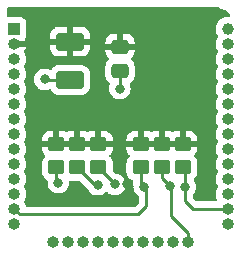
<source format=gbl>
G04 #@! TF.GenerationSoftware,KiCad,Pcbnew,6.0.9*
G04 #@! TF.CreationDate,2022-11-20T11:42:09+03:00*
G04 #@! TF.ProjectId,sd-card_adapter_esp32,73642d63-6172-4645-9f61-646170746572,rev?*
G04 #@! TF.SameCoordinates,Original*
G04 #@! TF.FileFunction,Copper,L2,Bot*
G04 #@! TF.FilePolarity,Positive*
%FSLAX46Y46*%
G04 Gerber Fmt 4.6, Leading zero omitted, Abs format (unit mm)*
G04 Created by KiCad (PCBNEW 6.0.9) date 2022-11-20 11:42:09*
%MOMM*%
%LPD*%
G01*
G04 APERTURE LIST*
G04 Aperture macros list*
%AMRoundRect*
0 Rectangle with rounded corners*
0 $1 Rounding radius*
0 $2 $3 $4 $5 $6 $7 $8 $9 X,Y pos of 4 corners*
0 Add a 4 corners polygon primitive as box body*
4,1,4,$2,$3,$4,$5,$6,$7,$8,$9,$2,$3,0*
0 Add four circle primitives for the rounded corners*
1,1,$1+$1,$2,$3*
1,1,$1+$1,$4,$5*
1,1,$1+$1,$6,$7*
1,1,$1+$1,$8,$9*
0 Add four rect primitives between the rounded corners*
20,1,$1+$1,$2,$3,$4,$5,0*
20,1,$1+$1,$4,$5,$6,$7,0*
20,1,$1+$1,$6,$7,$8,$9,0*
20,1,$1+$1,$8,$9,$2,$3,0*%
G04 Aperture macros list end*
G04 #@! TA.AperFunction,ComponentPad*
%ADD10R,1.000000X1.000000*%
G04 #@! TD*
G04 #@! TA.AperFunction,ComponentPad*
%ADD11O,1.000000X1.000000*%
G04 #@! TD*
G04 #@! TA.AperFunction,ComponentPad*
%ADD12C,1.000000*%
G04 #@! TD*
G04 #@! TA.AperFunction,SMDPad,CuDef*
%ADD13RoundRect,0.250000X0.450000X-0.350000X0.450000X0.350000X-0.450000X0.350000X-0.450000X-0.350000X0*%
G04 #@! TD*
G04 #@! TA.AperFunction,SMDPad,CuDef*
%ADD14RoundRect,0.250000X-0.475000X0.337500X-0.475000X-0.337500X0.475000X-0.337500X0.475000X0.337500X0*%
G04 #@! TD*
G04 #@! TA.AperFunction,SMDPad,CuDef*
%ADD15RoundRect,0.250001X-0.924999X0.499999X-0.924999X-0.499999X0.924999X-0.499999X0.924999X0.499999X0*%
G04 #@! TD*
G04 #@! TA.AperFunction,ViaPad*
%ADD16C,0.800000*%
G04 #@! TD*
G04 #@! TA.AperFunction,Conductor*
%ADD17C,0.250000*%
G04 #@! TD*
G04 APERTURE END LIST*
D10*
X102360000Y-63283750D03*
D11*
X102360000Y-64553750D03*
X102360000Y-65823750D03*
X102360000Y-67093750D03*
X102360000Y-68363750D03*
X102360000Y-69633750D03*
X102360000Y-70903750D03*
X102360000Y-72173750D03*
X102360000Y-73443750D03*
X102360000Y-74713750D03*
X102360000Y-75983750D03*
X102360000Y-77253750D03*
X102360000Y-78523750D03*
X102360000Y-79793750D03*
X105677500Y-81316250D03*
X106947500Y-81316250D03*
X108217500Y-81316250D03*
X109487500Y-81316250D03*
X110757500Y-81316250D03*
X112027500Y-81316250D03*
X113297500Y-81316250D03*
X114567500Y-81316250D03*
X115837500Y-81316250D03*
X117107500Y-81316250D03*
X120420000Y-79763750D03*
X120420000Y-78493750D03*
X120420000Y-77223750D03*
X120420000Y-75953750D03*
X120420000Y-74683750D03*
X120420000Y-73413750D03*
X120420000Y-72143750D03*
X120420000Y-70873750D03*
X120420000Y-69603750D03*
X120420000Y-68333750D03*
X120420000Y-67063750D03*
X120420000Y-65793750D03*
X120420000Y-64523750D03*
D12*
X120420000Y-63253750D03*
D13*
X116649996Y-75000000D03*
X116649996Y-73000000D03*
D14*
X111310000Y-64762500D03*
X111310000Y-66837500D03*
D15*
X107090000Y-64345000D03*
X107090000Y-67595000D03*
D13*
X114858330Y-75000000D03*
X114858330Y-73000000D03*
X109483332Y-75000000D03*
X109483332Y-73000000D03*
X105900000Y-75000000D03*
X105900000Y-73000000D03*
X107691666Y-75000000D03*
X107691666Y-73000000D03*
X113066664Y-75000000D03*
X113066664Y-73000000D03*
D16*
X106090000Y-76290000D03*
X109410609Y-76465592D03*
X110880000Y-76430000D03*
X113365000Y-76615000D03*
X115535000Y-76585000D03*
X116830000Y-76660000D03*
X111300000Y-68320000D03*
X104940000Y-67550000D03*
X111930000Y-76390000D03*
D17*
X105900000Y-75000000D02*
X105900000Y-76100000D01*
X105900000Y-76100000D02*
X106090000Y-76290000D01*
X109157258Y-76465592D02*
X107691666Y-75000000D01*
X109410609Y-76465592D02*
X109157258Y-76465592D01*
X110880000Y-76430000D02*
X110880000Y-76396668D01*
X110880000Y-76396668D02*
X109483332Y-75000000D01*
X113066664Y-76316664D02*
X113365000Y-76615000D01*
X112840000Y-78980000D02*
X102816250Y-78980000D01*
X113550000Y-76800000D02*
X113550000Y-78270000D01*
X102816250Y-78980000D02*
X102360000Y-78523750D01*
X113066664Y-75000000D02*
X113066664Y-76316664D01*
X113550000Y-78270000D02*
X112840000Y-78980000D01*
X113365000Y-76615000D02*
X113550000Y-76800000D01*
X115535000Y-76585000D02*
X115640000Y-76690000D01*
X115640000Y-76690000D02*
X115640000Y-79115000D01*
X115640000Y-79115000D02*
X117107500Y-80582500D01*
X117107500Y-80582500D02*
X117107500Y-81316250D01*
X114858330Y-75908330D02*
X115535000Y-76585000D01*
X114858330Y-75000000D02*
X114858330Y-75908330D01*
X116830000Y-75180004D02*
X116649996Y-75000000D01*
X116830000Y-76660000D02*
X116830000Y-75180004D01*
X120420000Y-78493750D02*
X117513750Y-78493750D01*
X117513750Y-78493750D02*
X116830000Y-77810000D01*
X116830000Y-77810000D02*
X116830000Y-76660000D01*
X107090000Y-67595000D02*
X104985000Y-67595000D01*
X111310000Y-68310000D02*
X111300000Y-68320000D01*
X111310000Y-66837500D02*
X111310000Y-68310000D01*
X104985000Y-67595000D02*
X104940000Y-67550000D01*
G04 #@! TA.AperFunction,Conductor*
G36*
X119591514Y-61441405D02*
G01*
X119630324Y-61449886D01*
X119665472Y-61457567D01*
X119682702Y-61462643D01*
X119933023Y-61556265D01*
X119949358Y-61563743D01*
X120108153Y-61650627D01*
X120183802Y-61692018D01*
X120198913Y-61701747D01*
X120412719Y-61862069D01*
X120426291Y-61873847D01*
X120584001Y-62031794D01*
X120617980Y-62094132D01*
X120612862Y-62164944D01*
X120570272Y-62221748D01*
X120503733Y-62246509D01*
X120481669Y-62246133D01*
X120433204Y-62241039D01*
X120433202Y-62241039D01*
X120427075Y-62240395D01*
X120344576Y-62247903D01*
X120236251Y-62257761D01*
X120236248Y-62257762D01*
X120230112Y-62258320D01*
X120224206Y-62260058D01*
X120224202Y-62260059D01*
X120119076Y-62290999D01*
X120040381Y-62314160D01*
X120034923Y-62317013D01*
X120034919Y-62317015D01*
X119944147Y-62364470D01*
X119865110Y-62405790D01*
X119710975Y-62529718D01*
X119583846Y-62681224D01*
X119580879Y-62686622D01*
X119580875Y-62686627D01*
X119552065Y-62739033D01*
X119488567Y-62854537D01*
X119428765Y-63043056D01*
X119406719Y-63239601D01*
X119410472Y-63284296D01*
X119418361Y-63378241D01*
X119423268Y-63436684D01*
X119424967Y-63442608D01*
X119449861Y-63529423D01*
X119477783Y-63626800D01*
X119480602Y-63632285D01*
X119562397Y-63791439D01*
X119568187Y-63802706D01*
X119572016Y-63807537D01*
X119573839Y-63809838D01*
X119574414Y-63811259D01*
X119575353Y-63812716D01*
X119575076Y-63812894D01*
X119600474Y-63875648D01*
X119587301Y-63945412D01*
X119583846Y-63951224D01*
X119488567Y-64124537D01*
X119486706Y-64130404D01*
X119486705Y-64130406D01*
X119440585Y-64275794D01*
X119428765Y-64313056D01*
X119406719Y-64509601D01*
X119407235Y-64515745D01*
X119414602Y-64603475D01*
X119423268Y-64706684D01*
X119424967Y-64712608D01*
X119475705Y-64889552D01*
X119477783Y-64896800D01*
X119480602Y-64902285D01*
X119534051Y-65006284D01*
X119568187Y-65072706D01*
X119572016Y-65077537D01*
X119573839Y-65079838D01*
X119574414Y-65081259D01*
X119575353Y-65082716D01*
X119575076Y-65082894D01*
X119600474Y-65145648D01*
X119587301Y-65215412D01*
X119583846Y-65221224D01*
X119488567Y-65394537D01*
X119486706Y-65400404D01*
X119486705Y-65400406D01*
X119471686Y-65447751D01*
X119428765Y-65583056D01*
X119406719Y-65779601D01*
X119407235Y-65785745D01*
X119417322Y-65905869D01*
X119423268Y-65976684D01*
X119477783Y-66166800D01*
X119480602Y-66172285D01*
X119564998Y-66336500D01*
X119568187Y-66342706D01*
X119572016Y-66347537D01*
X119573839Y-66349838D01*
X119574414Y-66351259D01*
X119575353Y-66352716D01*
X119575076Y-66352894D01*
X119600474Y-66415648D01*
X119587301Y-66485412D01*
X119583846Y-66491224D01*
X119488567Y-66664537D01*
X119486706Y-66670404D01*
X119486705Y-66670406D01*
X119458639Y-66758882D01*
X119428765Y-66853056D01*
X119406719Y-67049601D01*
X119407235Y-67055745D01*
X119421754Y-67228650D01*
X119423268Y-67246684D01*
X119424967Y-67252608D01*
X119455782Y-67360072D01*
X119477783Y-67436800D01*
X119568187Y-67612706D01*
X119572016Y-67617537D01*
X119573839Y-67619838D01*
X119574414Y-67621259D01*
X119575353Y-67622716D01*
X119575076Y-67622894D01*
X119600474Y-67685648D01*
X119587301Y-67755412D01*
X119583846Y-67761224D01*
X119488567Y-67934537D01*
X119486706Y-67940404D01*
X119486705Y-67940406D01*
X119430627Y-68117186D01*
X119428765Y-68123056D01*
X119406719Y-68319601D01*
X119407235Y-68325745D01*
X119422701Y-68509928D01*
X119423268Y-68516684D01*
X119424967Y-68522608D01*
X119475302Y-68698146D01*
X119477783Y-68706800D01*
X119480602Y-68712285D01*
X119519961Y-68788868D01*
X119568187Y-68882706D01*
X119572016Y-68887537D01*
X119573839Y-68889838D01*
X119574414Y-68891259D01*
X119575353Y-68892716D01*
X119575076Y-68892894D01*
X119600474Y-68955648D01*
X119587301Y-69025412D01*
X119583846Y-69031224D01*
X119488567Y-69204537D01*
X119486706Y-69210404D01*
X119486705Y-69210406D01*
X119473041Y-69253481D01*
X119428765Y-69393056D01*
X119406719Y-69589601D01*
X119423268Y-69786684D01*
X119477783Y-69976800D01*
X119568187Y-70152706D01*
X119572016Y-70157537D01*
X119573839Y-70159838D01*
X119574414Y-70161259D01*
X119575353Y-70162716D01*
X119575076Y-70162894D01*
X119600474Y-70225648D01*
X119587301Y-70295412D01*
X119583846Y-70301224D01*
X119488567Y-70474537D01*
X119486706Y-70480404D01*
X119486705Y-70480406D01*
X119473041Y-70523481D01*
X119428765Y-70663056D01*
X119406719Y-70859601D01*
X119423268Y-71056684D01*
X119477783Y-71246800D01*
X119568187Y-71422706D01*
X119572016Y-71427537D01*
X119573839Y-71429838D01*
X119574414Y-71431259D01*
X119575353Y-71432716D01*
X119575076Y-71432894D01*
X119600474Y-71495648D01*
X119587301Y-71565412D01*
X119583846Y-71571224D01*
X119488567Y-71744537D01*
X119486706Y-71750404D01*
X119486705Y-71750406D01*
X119441258Y-71893672D01*
X119428765Y-71933056D01*
X119406719Y-72129601D01*
X119423268Y-72326684D01*
X119442038Y-72392143D01*
X119473564Y-72502086D01*
X119477783Y-72516800D01*
X119568187Y-72692706D01*
X119572016Y-72697537D01*
X119573839Y-72699838D01*
X119574414Y-72701259D01*
X119575353Y-72702716D01*
X119575076Y-72702894D01*
X119600474Y-72765648D01*
X119587301Y-72835412D01*
X119583846Y-72841224D01*
X119488567Y-73014537D01*
X119486706Y-73020404D01*
X119486705Y-73020406D01*
X119473041Y-73063481D01*
X119428765Y-73203056D01*
X119406719Y-73399601D01*
X119423268Y-73596684D01*
X119477783Y-73786800D01*
X119568187Y-73962706D01*
X119572016Y-73967537D01*
X119573839Y-73969838D01*
X119574414Y-73971259D01*
X119575353Y-73972716D01*
X119575076Y-73972894D01*
X119600474Y-74035648D01*
X119587301Y-74105412D01*
X119583846Y-74111224D01*
X119488567Y-74284537D01*
X119486706Y-74290404D01*
X119486705Y-74290406D01*
X119473193Y-74333002D01*
X119428765Y-74473056D01*
X119406719Y-74669601D01*
X119423268Y-74866684D01*
X119477783Y-75056800D01*
X119568187Y-75232706D01*
X119572016Y-75237537D01*
X119573839Y-75239838D01*
X119574414Y-75241259D01*
X119575353Y-75242716D01*
X119575076Y-75242894D01*
X119600474Y-75305648D01*
X119587301Y-75375412D01*
X119583846Y-75381224D01*
X119488567Y-75554537D01*
X119486706Y-75560404D01*
X119486705Y-75560406D01*
X119473041Y-75603481D01*
X119428765Y-75743056D01*
X119406719Y-75939601D01*
X119407235Y-75945745D01*
X119422604Y-76128774D01*
X119423268Y-76136684D01*
X119437952Y-76187893D01*
X119468587Y-76294729D01*
X119477783Y-76326800D01*
X119480602Y-76332285D01*
X119562047Y-76490758D01*
X119568187Y-76502706D01*
X119572016Y-76507537D01*
X119573839Y-76509838D01*
X119574414Y-76511259D01*
X119575353Y-76512716D01*
X119575076Y-76512894D01*
X119600474Y-76575648D01*
X119587301Y-76645412D01*
X119583846Y-76651224D01*
X119488567Y-76824537D01*
X119486706Y-76830404D01*
X119486705Y-76830406D01*
X119444872Y-76962279D01*
X119428765Y-77013056D01*
X119406719Y-77209601D01*
X119407235Y-77215745D01*
X119417877Y-77342477D01*
X119423268Y-77406684D01*
X119424967Y-77412608D01*
X119474256Y-77584499D01*
X119477783Y-77596800D01*
X119480604Y-77602289D01*
X119518823Y-77676656D01*
X119532171Y-77746386D01*
X119505701Y-77812264D01*
X119447817Y-77853372D01*
X119406757Y-77860250D01*
X117828345Y-77860250D01*
X117760224Y-77840248D01*
X117739249Y-77823345D01*
X117500404Y-77584499D01*
X117466379Y-77522187D01*
X117463500Y-77495404D01*
X117463500Y-77362524D01*
X117483502Y-77294403D01*
X117495858Y-77278221D01*
X117569040Y-77196944D01*
X117653293Y-77051014D01*
X117661223Y-77037279D01*
X117661224Y-77037278D01*
X117664527Y-77031556D01*
X117723542Y-76849928D01*
X117725546Y-76830867D01*
X117742814Y-76666565D01*
X117743504Y-76660000D01*
X117738218Y-76609707D01*
X117724232Y-76476635D01*
X117724232Y-76476633D01*
X117723542Y-76470072D01*
X117664527Y-76288444D01*
X117569040Y-76123056D01*
X117564620Y-76118148D01*
X117560741Y-76112808D01*
X117563167Y-76111045D01*
X117538044Y-76058883D01*
X117546710Y-75988417D01*
X117576041Y-75950172D01*
X117574344Y-75948478D01*
X117694130Y-75828483D01*
X117699301Y-75823303D01*
X117721730Y-75786917D01*
X117788271Y-75678968D01*
X117788272Y-75678966D01*
X117792111Y-75672738D01*
X117847793Y-75504861D01*
X117849870Y-75484595D01*
X117856185Y-75422954D01*
X117858496Y-75400400D01*
X117858496Y-74599600D01*
X117858159Y-74596350D01*
X117848234Y-74500692D01*
X117848233Y-74500688D01*
X117847522Y-74493834D01*
X117842632Y-74479175D01*
X117793864Y-74333002D01*
X117791546Y-74326054D01*
X117698474Y-74175652D01*
X117681189Y-74158397D01*
X117611533Y-74088862D01*
X117577454Y-74026579D01*
X117582457Y-73955759D01*
X117611378Y-73910671D01*
X117693735Y-73828171D01*
X117702747Y-73816760D01*
X117787812Y-73678757D01*
X117793959Y-73665576D01*
X117845134Y-73511290D01*
X117848001Y-73497914D01*
X117857668Y-73403562D01*
X117857996Y-73397146D01*
X117857996Y-73272115D01*
X117853521Y-73256876D01*
X117852131Y-73255671D01*
X117844448Y-73254000D01*
X111876780Y-73254000D01*
X111861541Y-73258475D01*
X111860336Y-73259865D01*
X111858665Y-73267548D01*
X111858665Y-73397095D01*
X111859002Y-73403614D01*
X111868921Y-73499206D01*
X111871813Y-73512600D01*
X111923252Y-73666784D01*
X111929425Y-73679962D01*
X112014727Y-73817807D01*
X112023763Y-73829208D01*
X112105126Y-73910430D01*
X112139205Y-73972713D01*
X112134202Y-74043533D01*
X112105281Y-74088620D01*
X112022534Y-74171512D01*
X112022530Y-74171517D01*
X112017359Y-74176697D01*
X111924549Y-74327262D01*
X111922245Y-74334209D01*
X111876192Y-74473056D01*
X111868867Y-74495139D01*
X111868167Y-74501975D01*
X111868166Y-74501978D01*
X111866007Y-74523051D01*
X111858164Y-74599600D01*
X111858164Y-75400400D01*
X111858501Y-75403646D01*
X111858501Y-75403650D01*
X111866900Y-75484595D01*
X111869138Y-75506166D01*
X111871319Y-75512702D01*
X111871319Y-75512704D01*
X111901605Y-75603481D01*
X111925114Y-75673946D01*
X112018186Y-75824348D01*
X112143361Y-75949305D01*
X112149591Y-75953145D01*
X112149592Y-75953146D01*
X112245144Y-76012045D01*
X112293926Y-76042115D01*
X112343157Y-76058444D01*
X112346832Y-76059663D01*
X112405191Y-76100094D01*
X112432428Y-76165658D01*
X112433164Y-76179256D01*
X112433164Y-76237897D01*
X112432637Y-76249080D01*
X112430962Y-76256573D01*
X112431211Y-76264499D01*
X112431211Y-76264500D01*
X112433102Y-76324650D01*
X112433164Y-76328609D01*
X112433164Y-76356520D01*
X112433661Y-76360454D01*
X112433661Y-76360455D01*
X112433669Y-76360520D01*
X112434602Y-76372357D01*
X112435991Y-76416553D01*
X112439898Y-76430000D01*
X112441642Y-76436003D01*
X112445651Y-76455364D01*
X112448190Y-76475461D01*
X112451108Y-76482831D01*
X112453080Y-76490512D01*
X112452122Y-76490758D01*
X112459157Y-76542111D01*
X112451496Y-76615000D01*
X112452186Y-76621565D01*
X112469021Y-76781738D01*
X112471458Y-76804928D01*
X112530473Y-76986556D01*
X112625960Y-77151944D01*
X112630378Y-77156851D01*
X112630379Y-77156852D01*
X112739653Y-77278213D01*
X112753747Y-77293866D01*
X112759089Y-77297747D01*
X112759091Y-77297749D01*
X112762418Y-77300166D01*
X112864562Y-77374378D01*
X112907915Y-77430599D01*
X112916500Y-77476313D01*
X112916500Y-77955405D01*
X112896498Y-78023526D01*
X112879595Y-78044501D01*
X112614499Y-78309596D01*
X112552187Y-78343621D01*
X112525404Y-78346500D01*
X103453568Y-78346500D01*
X103385447Y-78326498D01*
X103338954Y-78272842D01*
X103332946Y-78256918D01*
X103322614Y-78222697D01*
X103296916Y-78137581D01*
X103204066Y-77962954D01*
X103200167Y-77958174D01*
X103199715Y-77957493D01*
X103178676Y-77889685D01*
X103195105Y-77825525D01*
X103196344Y-77823345D01*
X103240063Y-77746386D01*
X103282723Y-77671292D01*
X103282725Y-77671287D01*
X103285769Y-77665929D01*
X103348197Y-77478263D01*
X103372985Y-77282045D01*
X103373380Y-77253750D01*
X103354080Y-77056917D01*
X103344526Y-77025271D01*
X103327496Y-76968866D01*
X103296916Y-76867581D01*
X103204066Y-76692954D01*
X103200167Y-76688174D01*
X103199715Y-76687493D01*
X103178676Y-76619685D01*
X103195105Y-76555525D01*
X103282723Y-76401292D01*
X103282725Y-76401287D01*
X103285769Y-76395929D01*
X103348197Y-76208263D01*
X103372985Y-76012045D01*
X103373380Y-75983750D01*
X103354080Y-75786917D01*
X103343277Y-75751134D01*
X103310557Y-75642763D01*
X103296916Y-75597581D01*
X103204066Y-75422954D01*
X103200167Y-75418174D01*
X103199715Y-75417493D01*
X103194412Y-75400400D01*
X104691500Y-75400400D01*
X104691837Y-75403646D01*
X104691837Y-75403650D01*
X104700236Y-75484595D01*
X104702474Y-75506166D01*
X104704655Y-75512702D01*
X104704655Y-75512704D01*
X104734941Y-75603481D01*
X104758450Y-75673946D01*
X104851522Y-75824348D01*
X104976697Y-75949305D01*
X104982927Y-75953145D01*
X104982928Y-75953146D01*
X105127262Y-76042115D01*
X105126048Y-76044085D01*
X105170953Y-76083620D01*
X105190417Y-76151897D01*
X105189731Y-76164072D01*
X105181603Y-76241408D01*
X105176496Y-76290000D01*
X105177186Y-76296565D01*
X105195162Y-76467594D01*
X105196458Y-76479928D01*
X105255473Y-76661556D01*
X105350960Y-76826944D01*
X105355378Y-76831851D01*
X105355379Y-76831852D01*
X105382652Y-76862142D01*
X105478747Y-76968866D01*
X105547991Y-77019175D01*
X105591814Y-77051014D01*
X105633248Y-77081118D01*
X105639276Y-77083802D01*
X105639278Y-77083803D01*
X105801681Y-77156109D01*
X105807712Y-77158794D01*
X105901112Y-77178647D01*
X105988056Y-77197128D01*
X105988061Y-77197128D01*
X105994513Y-77198500D01*
X106185487Y-77198500D01*
X106191939Y-77197128D01*
X106191944Y-77197128D01*
X106278888Y-77178647D01*
X106372288Y-77158794D01*
X106378319Y-77156109D01*
X106540722Y-77083803D01*
X106540724Y-77083802D01*
X106546752Y-77081118D01*
X106588187Y-77051014D01*
X106632009Y-77019175D01*
X106701253Y-76968866D01*
X106797348Y-76862142D01*
X106824621Y-76831852D01*
X106824622Y-76831851D01*
X106829040Y-76826944D01*
X106924527Y-76661556D01*
X106983542Y-76479928D01*
X106984839Y-76467594D01*
X107002814Y-76296565D01*
X107003504Y-76290000D01*
X106998397Y-76241408D01*
X107011169Y-76171570D01*
X107059672Y-76119723D01*
X107128504Y-76102329D01*
X107136549Y-76102894D01*
X107171089Y-76106433D01*
X107191266Y-76108500D01*
X107852071Y-76108500D01*
X107920192Y-76128502D01*
X107941167Y-76145405D01*
X108241286Y-76445525D01*
X108527341Y-76731580D01*
X108558078Y-76781738D01*
X108570909Y-76821226D01*
X108576082Y-76837148D01*
X108671569Y-77002536D01*
X108675987Y-77007443D01*
X108675988Y-77007444D01*
X108794934Y-77139547D01*
X108799356Y-77144458D01*
X108871850Y-77197128D01*
X108944959Y-77250245D01*
X108953857Y-77256710D01*
X108959885Y-77259394D01*
X108959887Y-77259395D01*
X109051461Y-77300166D01*
X109128321Y-77334386D01*
X109221721Y-77354239D01*
X109308665Y-77372720D01*
X109308670Y-77372720D01*
X109315122Y-77374092D01*
X109506096Y-77374092D01*
X109512548Y-77372720D01*
X109512553Y-77372720D01*
X109599497Y-77354239D01*
X109692897Y-77334386D01*
X109769757Y-77300166D01*
X109861331Y-77259395D01*
X109861333Y-77259394D01*
X109867361Y-77256710D01*
X109876260Y-77250245D01*
X109949368Y-77197128D01*
X110021862Y-77144458D01*
X110067694Y-77093556D01*
X110128137Y-77056318D01*
X110199121Y-77057669D01*
X110254964Y-77093558D01*
X110268747Y-77108866D01*
X110328039Y-77151944D01*
X110415853Y-77215745D01*
X110423248Y-77221118D01*
X110429276Y-77223802D01*
X110429278Y-77223803D01*
X110591681Y-77296109D01*
X110597712Y-77298794D01*
X110669994Y-77314158D01*
X110778056Y-77337128D01*
X110778061Y-77337128D01*
X110784513Y-77338500D01*
X110975487Y-77338500D01*
X110981939Y-77337128D01*
X110981944Y-77337128D01*
X111090006Y-77314158D01*
X111162288Y-77298794D01*
X111168319Y-77296109D01*
X111330722Y-77223803D01*
X111330724Y-77223802D01*
X111336752Y-77221118D01*
X111344148Y-77215745D01*
X111431961Y-77151944D01*
X111491253Y-77108866D01*
X111495675Y-77103955D01*
X111614621Y-76971852D01*
X111614622Y-76971851D01*
X111619040Y-76966944D01*
X111697604Y-76830867D01*
X111711223Y-76807279D01*
X111711224Y-76807278D01*
X111714527Y-76801556D01*
X111773542Y-76619928D01*
X111776827Y-76588679D01*
X111792814Y-76436565D01*
X111793504Y-76430000D01*
X111786822Y-76366424D01*
X111774232Y-76246635D01*
X111774232Y-76246633D01*
X111773542Y-76240072D01*
X111714527Y-76058444D01*
X111705100Y-76042115D01*
X111645913Y-75939601D01*
X111619040Y-75893056D01*
X111551568Y-75818120D01*
X111495675Y-75756045D01*
X111495674Y-75756044D01*
X111491253Y-75751134D01*
X111336752Y-75638882D01*
X111330724Y-75636198D01*
X111330722Y-75636197D01*
X111168319Y-75563891D01*
X111168318Y-75563891D01*
X111162288Y-75561206D01*
X111068887Y-75541353D01*
X110981944Y-75522872D01*
X110981939Y-75522872D01*
X110975487Y-75521500D01*
X110952926Y-75521500D01*
X110884805Y-75501498D01*
X110863831Y-75484595D01*
X110728737Y-75349501D01*
X110694711Y-75287189D01*
X110691832Y-75260406D01*
X110691832Y-74599600D01*
X110691495Y-74596350D01*
X110681570Y-74500692D01*
X110681569Y-74500688D01*
X110680858Y-74493834D01*
X110675968Y-74479175D01*
X110627200Y-74333002D01*
X110624882Y-74326054D01*
X110531810Y-74175652D01*
X110514525Y-74158397D01*
X110444869Y-74088862D01*
X110410790Y-74026579D01*
X110415793Y-73955759D01*
X110444714Y-73910671D01*
X110527071Y-73828171D01*
X110536083Y-73816760D01*
X110621148Y-73678757D01*
X110627295Y-73665576D01*
X110678470Y-73511290D01*
X110681337Y-73497914D01*
X110691004Y-73403562D01*
X110691332Y-73397146D01*
X110691332Y-73272115D01*
X110686857Y-73256876D01*
X110685467Y-73255671D01*
X110677784Y-73254000D01*
X104710116Y-73254000D01*
X104694877Y-73258475D01*
X104693672Y-73259865D01*
X104692001Y-73267548D01*
X104692001Y-73397095D01*
X104692338Y-73403614D01*
X104702257Y-73499206D01*
X104705149Y-73512600D01*
X104756588Y-73666784D01*
X104762761Y-73679962D01*
X104848063Y-73817807D01*
X104857099Y-73829208D01*
X104938462Y-73910430D01*
X104972541Y-73972713D01*
X104967538Y-74043533D01*
X104938617Y-74088620D01*
X104855870Y-74171512D01*
X104855866Y-74171517D01*
X104850695Y-74176697D01*
X104757885Y-74327262D01*
X104755581Y-74334209D01*
X104709528Y-74473056D01*
X104702203Y-74495139D01*
X104701503Y-74501975D01*
X104701502Y-74501978D01*
X104699343Y-74523051D01*
X104691500Y-74599600D01*
X104691500Y-75400400D01*
X103194412Y-75400400D01*
X103178676Y-75349685D01*
X103195105Y-75285525D01*
X103282723Y-75131292D01*
X103282725Y-75131287D01*
X103285769Y-75125929D01*
X103348197Y-74938263D01*
X103372985Y-74742045D01*
X103373380Y-74713750D01*
X103354080Y-74516917D01*
X103349182Y-74500692D01*
X103298697Y-74333481D01*
X103296916Y-74327581D01*
X103204066Y-74152954D01*
X103200167Y-74148174D01*
X103199715Y-74147493D01*
X103178676Y-74079685D01*
X103195105Y-74015525D01*
X103282723Y-73861292D01*
X103282725Y-73861287D01*
X103285769Y-73855929D01*
X103348197Y-73668263D01*
X103372985Y-73472045D01*
X103373380Y-73443750D01*
X103354080Y-73246917D01*
X103296916Y-73057581D01*
X103204066Y-72882954D01*
X103200167Y-72878174D01*
X103199715Y-72877493D01*
X103178676Y-72809685D01*
X103195105Y-72745525D01*
X103195785Y-72744329D01*
X103205126Y-72727885D01*
X104692000Y-72727885D01*
X104696475Y-72743124D01*
X104697865Y-72744329D01*
X104705548Y-72746000D01*
X105627885Y-72746000D01*
X105643124Y-72741525D01*
X105644329Y-72740135D01*
X105646000Y-72732452D01*
X105646000Y-72727885D01*
X106154000Y-72727885D01*
X106158475Y-72743124D01*
X106159865Y-72744329D01*
X106167548Y-72746000D01*
X107419551Y-72746000D01*
X107434790Y-72741525D01*
X107435995Y-72740135D01*
X107437666Y-72732452D01*
X107437666Y-72727885D01*
X107945666Y-72727885D01*
X107950141Y-72743124D01*
X107951531Y-72744329D01*
X107959214Y-72746000D01*
X109211217Y-72746000D01*
X109226456Y-72741525D01*
X109227661Y-72740135D01*
X109229332Y-72732452D01*
X109229332Y-72727885D01*
X109737332Y-72727885D01*
X109741807Y-72743124D01*
X109743197Y-72744329D01*
X109750880Y-72746000D01*
X110673216Y-72746000D01*
X110688455Y-72741525D01*
X110689660Y-72740135D01*
X110691331Y-72732452D01*
X110691331Y-72727885D01*
X111858664Y-72727885D01*
X111863139Y-72743124D01*
X111864529Y-72744329D01*
X111872212Y-72746000D01*
X112794549Y-72746000D01*
X112809788Y-72741525D01*
X112810993Y-72740135D01*
X112812664Y-72732452D01*
X112812664Y-72727885D01*
X113320664Y-72727885D01*
X113325139Y-72743124D01*
X113326529Y-72744329D01*
X113334212Y-72746000D01*
X114586215Y-72746000D01*
X114601454Y-72741525D01*
X114602659Y-72740135D01*
X114604330Y-72732452D01*
X114604330Y-72727885D01*
X115112330Y-72727885D01*
X115116805Y-72743124D01*
X115118195Y-72744329D01*
X115125878Y-72746000D01*
X116377881Y-72746000D01*
X116393120Y-72741525D01*
X116394325Y-72740135D01*
X116395996Y-72732452D01*
X116395996Y-72727885D01*
X116903996Y-72727885D01*
X116908471Y-72743124D01*
X116909861Y-72744329D01*
X116917544Y-72746000D01*
X117839880Y-72746000D01*
X117855119Y-72741525D01*
X117856324Y-72740135D01*
X117857995Y-72732452D01*
X117857995Y-72602905D01*
X117857658Y-72596386D01*
X117847739Y-72500794D01*
X117844847Y-72487400D01*
X117793408Y-72333216D01*
X117787235Y-72320038D01*
X117701933Y-72182193D01*
X117692897Y-72170792D01*
X117578167Y-72056261D01*
X117566756Y-72047249D01*
X117428753Y-71962184D01*
X117415572Y-71956037D01*
X117261286Y-71904862D01*
X117247910Y-71901995D01*
X117153558Y-71892328D01*
X117147141Y-71892000D01*
X116922111Y-71892000D01*
X116906872Y-71896475D01*
X116905667Y-71897865D01*
X116903996Y-71905548D01*
X116903996Y-72727885D01*
X116395996Y-72727885D01*
X116395996Y-71910116D01*
X116391521Y-71894877D01*
X116390131Y-71893672D01*
X116382448Y-71892001D01*
X116152901Y-71892001D01*
X116146382Y-71892338D01*
X116050790Y-71902257D01*
X116037396Y-71905149D01*
X115883212Y-71956588D01*
X115870033Y-71962762D01*
X115820430Y-71993457D01*
X115751978Y-72012295D01*
X115688012Y-71993573D01*
X115637092Y-71962186D01*
X115623906Y-71956037D01*
X115469620Y-71904862D01*
X115456244Y-71901995D01*
X115361892Y-71892328D01*
X115355475Y-71892000D01*
X115130445Y-71892000D01*
X115115206Y-71896475D01*
X115114001Y-71897865D01*
X115112330Y-71905548D01*
X115112330Y-72727885D01*
X114604330Y-72727885D01*
X114604330Y-71910116D01*
X114599855Y-71894877D01*
X114598465Y-71893672D01*
X114590782Y-71892001D01*
X114361235Y-71892001D01*
X114354716Y-71892338D01*
X114259124Y-71902257D01*
X114245730Y-71905149D01*
X114091546Y-71956588D01*
X114078367Y-71962762D01*
X114028764Y-71993457D01*
X113960312Y-72012295D01*
X113896346Y-71993573D01*
X113845426Y-71962186D01*
X113832240Y-71956037D01*
X113677954Y-71904862D01*
X113664578Y-71901995D01*
X113570226Y-71892328D01*
X113563809Y-71892000D01*
X113338779Y-71892000D01*
X113323540Y-71896475D01*
X113322335Y-71897865D01*
X113320664Y-71905548D01*
X113320664Y-72727885D01*
X112812664Y-72727885D01*
X112812664Y-71910116D01*
X112808189Y-71894877D01*
X112806799Y-71893672D01*
X112799116Y-71892001D01*
X112569569Y-71892001D01*
X112563050Y-71892338D01*
X112467458Y-71902257D01*
X112454064Y-71905149D01*
X112299880Y-71956588D01*
X112286702Y-71962761D01*
X112148857Y-72048063D01*
X112137456Y-72057099D01*
X112022925Y-72171829D01*
X112013913Y-72183240D01*
X111928848Y-72321243D01*
X111922701Y-72334424D01*
X111871526Y-72488710D01*
X111868659Y-72502086D01*
X111858992Y-72596438D01*
X111858664Y-72602855D01*
X111858664Y-72727885D01*
X110691331Y-72727885D01*
X110691331Y-72602905D01*
X110690994Y-72596386D01*
X110681075Y-72500794D01*
X110678183Y-72487400D01*
X110626744Y-72333216D01*
X110620571Y-72320038D01*
X110535269Y-72182193D01*
X110526233Y-72170792D01*
X110411503Y-72056261D01*
X110400092Y-72047249D01*
X110262089Y-71962184D01*
X110248908Y-71956037D01*
X110094622Y-71904862D01*
X110081246Y-71901995D01*
X109986894Y-71892328D01*
X109980477Y-71892000D01*
X109755447Y-71892000D01*
X109740208Y-71896475D01*
X109739003Y-71897865D01*
X109737332Y-71905548D01*
X109737332Y-72727885D01*
X109229332Y-72727885D01*
X109229332Y-71910116D01*
X109224857Y-71894877D01*
X109223467Y-71893672D01*
X109215784Y-71892001D01*
X108986237Y-71892001D01*
X108979718Y-71892338D01*
X108884126Y-71902257D01*
X108870732Y-71905149D01*
X108716548Y-71956588D01*
X108703369Y-71962762D01*
X108653766Y-71993457D01*
X108585314Y-72012295D01*
X108521348Y-71993573D01*
X108470428Y-71962186D01*
X108457242Y-71956037D01*
X108302956Y-71904862D01*
X108289580Y-71901995D01*
X108195228Y-71892328D01*
X108188811Y-71892000D01*
X107963781Y-71892000D01*
X107948542Y-71896475D01*
X107947337Y-71897865D01*
X107945666Y-71905548D01*
X107945666Y-72727885D01*
X107437666Y-72727885D01*
X107437666Y-71910116D01*
X107433191Y-71894877D01*
X107431801Y-71893672D01*
X107424118Y-71892001D01*
X107194571Y-71892001D01*
X107188052Y-71892338D01*
X107092460Y-71902257D01*
X107079066Y-71905149D01*
X106924882Y-71956588D01*
X106911703Y-71962762D01*
X106862100Y-71993457D01*
X106793648Y-72012295D01*
X106729682Y-71993573D01*
X106678762Y-71962186D01*
X106665576Y-71956037D01*
X106511290Y-71904862D01*
X106497914Y-71901995D01*
X106403562Y-71892328D01*
X106397145Y-71892000D01*
X106172115Y-71892000D01*
X106156876Y-71896475D01*
X106155671Y-71897865D01*
X106154000Y-71905548D01*
X106154000Y-72727885D01*
X105646000Y-72727885D01*
X105646000Y-71910116D01*
X105641525Y-71894877D01*
X105640135Y-71893672D01*
X105632452Y-71892001D01*
X105402905Y-71892001D01*
X105396386Y-71892338D01*
X105300794Y-71902257D01*
X105287400Y-71905149D01*
X105133216Y-71956588D01*
X105120038Y-71962761D01*
X104982193Y-72048063D01*
X104970792Y-72057099D01*
X104856261Y-72171829D01*
X104847249Y-72183240D01*
X104762184Y-72321243D01*
X104756037Y-72334424D01*
X104704862Y-72488710D01*
X104701995Y-72502086D01*
X104692328Y-72596438D01*
X104692000Y-72602855D01*
X104692000Y-72727885D01*
X103205126Y-72727885D01*
X103228223Y-72687227D01*
X103282723Y-72591292D01*
X103282725Y-72591287D01*
X103285769Y-72585929D01*
X103348197Y-72398263D01*
X103372985Y-72202045D01*
X103373380Y-72173750D01*
X103354080Y-71976917D01*
X103349807Y-71962762D01*
X103298697Y-71793481D01*
X103296916Y-71787581D01*
X103204066Y-71612954D01*
X103200167Y-71608174D01*
X103199715Y-71607493D01*
X103178676Y-71539685D01*
X103195105Y-71475525D01*
X103282723Y-71321292D01*
X103282725Y-71321287D01*
X103285769Y-71315929D01*
X103348197Y-71128263D01*
X103372985Y-70932045D01*
X103373380Y-70903750D01*
X103354080Y-70706917D01*
X103296916Y-70517581D01*
X103204066Y-70342954D01*
X103200167Y-70338174D01*
X103199715Y-70337493D01*
X103178676Y-70269685D01*
X103195105Y-70205525D01*
X103282723Y-70051292D01*
X103282725Y-70051287D01*
X103285769Y-70045929D01*
X103348197Y-69858263D01*
X103372985Y-69662045D01*
X103373380Y-69633750D01*
X103354080Y-69436917D01*
X103296916Y-69247581D01*
X103204066Y-69072954D01*
X103200167Y-69068174D01*
X103199715Y-69067493D01*
X103178676Y-68999685D01*
X103195105Y-68935525D01*
X103282723Y-68781292D01*
X103282725Y-68781287D01*
X103285769Y-68775929D01*
X103348197Y-68588263D01*
X103372985Y-68392045D01*
X103373380Y-68363750D01*
X103354080Y-68166917D01*
X103346613Y-68142183D01*
X103298697Y-67983481D01*
X103296916Y-67977581D01*
X103204066Y-67802954D01*
X103200167Y-67798174D01*
X103199715Y-67797493D01*
X103178676Y-67729685D01*
X103195105Y-67665525D01*
X103260733Y-67550000D01*
X104026496Y-67550000D01*
X104027186Y-67556565D01*
X104042123Y-67698679D01*
X104046458Y-67739928D01*
X104105473Y-67921556D01*
X104108776Y-67927278D01*
X104108777Y-67927279D01*
X104116356Y-67940406D01*
X104200960Y-68086944D01*
X104205378Y-68091851D01*
X104205379Y-68091852D01*
X104245702Y-68136635D01*
X104328747Y-68228866D01*
X104348231Y-68243022D01*
X104463218Y-68326565D01*
X104483248Y-68341118D01*
X104489276Y-68343802D01*
X104489278Y-68343803D01*
X104651681Y-68416109D01*
X104657712Y-68418794D01*
X104751113Y-68438647D01*
X104838056Y-68457128D01*
X104838061Y-68457128D01*
X104844513Y-68458500D01*
X105035487Y-68458500D01*
X105041939Y-68457128D01*
X105041944Y-68457128D01*
X105128887Y-68438647D01*
X105222288Y-68418794D01*
X105318623Y-68375903D01*
X105388990Y-68366469D01*
X105453287Y-68396575D01*
X105477012Y-68424701D01*
X105566522Y-68569348D01*
X105691697Y-68694305D01*
X105697927Y-68698145D01*
X105697928Y-68698146D01*
X105835090Y-68782694D01*
X105842262Y-68787115D01*
X105922005Y-68813564D01*
X106003611Y-68840632D01*
X106003613Y-68840632D01*
X106010139Y-68842797D01*
X106016975Y-68843497D01*
X106016978Y-68843498D01*
X106060031Y-68847909D01*
X106114600Y-68853500D01*
X108065400Y-68853500D01*
X108068646Y-68853163D01*
X108068650Y-68853163D01*
X108164307Y-68843238D01*
X108164311Y-68843237D01*
X108171165Y-68842526D01*
X108177701Y-68840345D01*
X108177703Y-68840345D01*
X108309805Y-68796272D01*
X108338945Y-68786550D01*
X108489348Y-68693478D01*
X108614305Y-68568303D01*
X108707115Y-68417738D01*
X108762797Y-68249861D01*
X108773500Y-68145400D01*
X108773500Y-67225400D01*
X110076500Y-67225400D01*
X110087474Y-67331166D01*
X110143450Y-67498946D01*
X110236522Y-67649348D01*
X110361697Y-67774305D01*
X110367929Y-67778147D01*
X110367931Y-67778148D01*
X110410968Y-67804677D01*
X110458461Y-67857449D01*
X110469883Y-67927521D01*
X110464684Y-67950872D01*
X110406458Y-68130072D01*
X110386496Y-68320000D01*
X110387186Y-68326565D01*
X110400909Y-68457128D01*
X110406458Y-68509928D01*
X110465473Y-68691556D01*
X110560960Y-68856944D01*
X110565378Y-68861851D01*
X110565379Y-68861852D01*
X110684325Y-68993955D01*
X110688747Y-68998866D01*
X110843248Y-69111118D01*
X110849276Y-69113802D01*
X110849278Y-69113803D01*
X111011681Y-69186109D01*
X111017712Y-69188794D01*
X111091777Y-69204537D01*
X111198056Y-69227128D01*
X111198061Y-69227128D01*
X111204513Y-69228500D01*
X111395487Y-69228500D01*
X111401939Y-69227128D01*
X111401944Y-69227128D01*
X111508223Y-69204537D01*
X111582288Y-69188794D01*
X111588319Y-69186109D01*
X111750722Y-69113803D01*
X111750724Y-69113802D01*
X111756752Y-69111118D01*
X111911253Y-68998866D01*
X111915675Y-68993955D01*
X112034621Y-68861852D01*
X112034622Y-68861851D01*
X112039040Y-68856944D01*
X112134527Y-68691556D01*
X112193542Y-68509928D01*
X112199092Y-68457128D01*
X112212814Y-68326565D01*
X112213504Y-68320000D01*
X112193542Y-68130072D01*
X112138647Y-67961124D01*
X112136619Y-67890158D01*
X112173282Y-67829360D01*
X112192177Y-67815045D01*
X112253120Y-67777332D01*
X112259348Y-67773478D01*
X112384305Y-67648303D01*
X112388146Y-67642072D01*
X112473275Y-67503968D01*
X112473276Y-67503966D01*
X112477115Y-67497738D01*
X112532797Y-67329861D01*
X112533986Y-67318263D01*
X112543172Y-67228598D01*
X112543500Y-67225400D01*
X112543500Y-66449600D01*
X112543163Y-66446350D01*
X112533238Y-66350692D01*
X112533237Y-66350688D01*
X112532526Y-66343834D01*
X112476550Y-66176054D01*
X112383478Y-66025652D01*
X112258303Y-65900695D01*
X112253765Y-65897898D01*
X112213176Y-65840647D01*
X112209946Y-65769724D01*
X112245572Y-65708313D01*
X112254068Y-65700938D01*
X112264207Y-65692902D01*
X112378739Y-65578171D01*
X112387751Y-65566760D01*
X112472816Y-65428757D01*
X112478963Y-65415576D01*
X112530138Y-65261290D01*
X112533005Y-65247914D01*
X112542672Y-65153562D01*
X112543000Y-65147146D01*
X112543000Y-65034615D01*
X112538525Y-65019376D01*
X112537135Y-65018171D01*
X112529452Y-65016500D01*
X110095116Y-65016500D01*
X110079877Y-65020975D01*
X110078672Y-65022365D01*
X110077001Y-65030048D01*
X110077001Y-65147095D01*
X110077338Y-65153614D01*
X110087257Y-65249206D01*
X110090149Y-65262600D01*
X110141588Y-65416784D01*
X110147761Y-65429962D01*
X110233063Y-65567807D01*
X110242099Y-65579208D01*
X110356828Y-65693738D01*
X110365762Y-65700794D01*
X110406823Y-65758712D01*
X110410053Y-65829635D01*
X110374426Y-65891046D01*
X110366593Y-65897846D01*
X110360652Y-65901522D01*
X110235695Y-66026697D01*
X110142885Y-66177262D01*
X110123426Y-66235929D01*
X110089957Y-66336837D01*
X110087203Y-66345139D01*
X110086503Y-66351975D01*
X110086502Y-66351978D01*
X110086408Y-66352894D01*
X110076500Y-66449600D01*
X110076500Y-67225400D01*
X108773500Y-67225400D01*
X108773500Y-67044600D01*
X108773163Y-67041350D01*
X108763238Y-66945693D01*
X108763237Y-66945689D01*
X108762526Y-66938835D01*
X108750588Y-66903051D01*
X108708868Y-66778003D01*
X108706550Y-66771055D01*
X108613478Y-66620652D01*
X108488303Y-66495695D01*
X108471621Y-66485412D01*
X108343968Y-66406725D01*
X108343966Y-66406724D01*
X108337738Y-66402885D01*
X108257995Y-66376436D01*
X108176389Y-66349368D01*
X108176387Y-66349368D01*
X108169861Y-66347203D01*
X108163025Y-66346503D01*
X108163022Y-66346502D01*
X108119969Y-66342091D01*
X108065400Y-66336500D01*
X106114600Y-66336500D01*
X106111354Y-66336837D01*
X106111350Y-66336837D01*
X106015693Y-66346762D01*
X106015689Y-66346763D01*
X106008835Y-66347474D01*
X106002299Y-66349655D01*
X106002297Y-66349655D01*
X105992589Y-66352894D01*
X105841055Y-66403450D01*
X105690652Y-66496522D01*
X105565695Y-66621697D01*
X105561855Y-66627927D01*
X105561854Y-66627928D01*
X105520791Y-66694544D01*
X105468018Y-66742038D01*
X105397947Y-66753461D01*
X105362282Y-66743535D01*
X105228319Y-66683891D01*
X105228318Y-66683891D01*
X105222288Y-66681206D01*
X105118486Y-66659142D01*
X105041944Y-66642872D01*
X105041939Y-66642872D01*
X105035487Y-66641500D01*
X104844513Y-66641500D01*
X104838061Y-66642872D01*
X104838056Y-66642872D01*
X104761514Y-66659142D01*
X104657712Y-66681206D01*
X104651682Y-66683891D01*
X104651681Y-66683891D01*
X104489278Y-66756197D01*
X104489276Y-66756198D01*
X104483248Y-66758882D01*
X104477907Y-66762762D01*
X104477906Y-66762763D01*
X104466493Y-66771055D01*
X104328747Y-66871134D01*
X104200960Y-67013056D01*
X104105473Y-67178444D01*
X104046458Y-67360072D01*
X104045768Y-67366633D01*
X104045768Y-67366635D01*
X104038394Y-67436800D01*
X104026496Y-67550000D01*
X103260733Y-67550000D01*
X103282723Y-67511292D01*
X103282725Y-67511287D01*
X103285769Y-67505929D01*
X103348197Y-67318263D01*
X103372985Y-67122045D01*
X103373380Y-67093750D01*
X103354080Y-66896917D01*
X103347779Y-66876045D01*
X103298697Y-66713481D01*
X103296916Y-66707581D01*
X103204066Y-66532954D01*
X103200167Y-66528174D01*
X103199715Y-66527493D01*
X103178676Y-66459685D01*
X103195105Y-66395525D01*
X103282723Y-66241292D01*
X103282725Y-66241287D01*
X103285769Y-66235929D01*
X103348197Y-66048263D01*
X103372985Y-65852045D01*
X103373380Y-65823750D01*
X103354080Y-65626917D01*
X103296916Y-65437581D01*
X103204066Y-65262954D01*
X103200170Y-65258177D01*
X103199404Y-65257024D01*
X103178366Y-65189216D01*
X103194795Y-65125058D01*
X103282262Y-64971087D01*
X103287256Y-64959871D01*
X103309802Y-64892096D01*
X105407000Y-64892096D01*
X105407337Y-64898611D01*
X105417256Y-64994203D01*
X105420150Y-65007602D01*
X105471588Y-65161783D01*
X105477762Y-65174962D01*
X105563063Y-65312807D01*
X105572099Y-65324208D01*
X105686830Y-65438739D01*
X105698241Y-65447751D01*
X105836245Y-65532818D01*
X105849423Y-65538962D01*
X106003716Y-65590139D01*
X106017081Y-65593005D01*
X106111439Y-65602672D01*
X106117855Y-65603000D01*
X106817885Y-65603000D01*
X106833124Y-65598525D01*
X106834329Y-65597135D01*
X106836000Y-65589452D01*
X106836000Y-65584885D01*
X107344000Y-65584885D01*
X107348475Y-65600124D01*
X107349865Y-65601329D01*
X107357548Y-65603000D01*
X108062096Y-65603000D01*
X108068611Y-65602663D01*
X108164203Y-65592744D01*
X108177602Y-65589850D01*
X108331783Y-65538412D01*
X108344962Y-65532238D01*
X108482807Y-65446937D01*
X108494208Y-65437901D01*
X108608739Y-65323170D01*
X108617751Y-65311759D01*
X108702818Y-65173755D01*
X108708962Y-65160577D01*
X108760139Y-65006284D01*
X108763005Y-64992919D01*
X108772672Y-64898561D01*
X108773000Y-64892145D01*
X108773000Y-64617115D01*
X108768525Y-64601876D01*
X108767135Y-64600671D01*
X108759452Y-64599000D01*
X107362115Y-64599000D01*
X107346876Y-64603475D01*
X107345671Y-64604865D01*
X107344000Y-64612548D01*
X107344000Y-65584885D01*
X106836000Y-65584885D01*
X106836000Y-64617115D01*
X106831525Y-64601876D01*
X106830135Y-64600671D01*
X106822452Y-64599000D01*
X105425115Y-64599000D01*
X105409876Y-64603475D01*
X105408671Y-64604865D01*
X105407000Y-64612548D01*
X105407000Y-64892096D01*
X103309802Y-64892096D01*
X103332142Y-64824940D01*
X103332643Y-64810847D01*
X103326454Y-64807750D01*
X102232000Y-64807750D01*
X102163879Y-64787748D01*
X102117386Y-64734092D01*
X102106000Y-64681750D01*
X102106000Y-64490385D01*
X110077000Y-64490385D01*
X110081475Y-64505624D01*
X110082865Y-64506829D01*
X110090548Y-64508500D01*
X111037885Y-64508500D01*
X111053124Y-64504025D01*
X111054329Y-64502635D01*
X111056000Y-64494952D01*
X111056000Y-64490385D01*
X111564000Y-64490385D01*
X111568475Y-64505624D01*
X111569865Y-64506829D01*
X111577548Y-64508500D01*
X112524884Y-64508500D01*
X112540123Y-64504025D01*
X112541328Y-64502635D01*
X112542999Y-64494952D01*
X112542999Y-64377905D01*
X112542662Y-64371386D01*
X112532743Y-64275794D01*
X112529851Y-64262400D01*
X112478412Y-64108216D01*
X112472239Y-64095038D01*
X112386937Y-63957193D01*
X112377901Y-63945792D01*
X112263171Y-63831261D01*
X112251760Y-63822249D01*
X112113757Y-63737184D01*
X112100576Y-63731037D01*
X111946290Y-63679862D01*
X111932914Y-63676995D01*
X111838562Y-63667328D01*
X111832145Y-63667000D01*
X111582115Y-63667000D01*
X111566876Y-63671475D01*
X111565671Y-63672865D01*
X111564000Y-63680548D01*
X111564000Y-64490385D01*
X111056000Y-64490385D01*
X111056000Y-63685116D01*
X111051525Y-63669877D01*
X111050135Y-63668672D01*
X111042452Y-63667001D01*
X110787905Y-63667001D01*
X110781386Y-63667338D01*
X110685794Y-63677257D01*
X110672400Y-63680149D01*
X110518216Y-63731588D01*
X110505038Y-63737761D01*
X110367193Y-63823063D01*
X110355792Y-63832099D01*
X110241261Y-63946829D01*
X110232249Y-63958240D01*
X110147184Y-64096243D01*
X110141037Y-64109424D01*
X110089862Y-64263710D01*
X110086995Y-64277086D01*
X110077328Y-64371438D01*
X110077000Y-64377855D01*
X110077000Y-64490385D01*
X102106000Y-64490385D01*
X102106000Y-64425750D01*
X102126002Y-64357629D01*
X102179658Y-64311136D01*
X102232000Y-64299750D01*
X103318183Y-64299750D01*
X103331714Y-64295777D01*
X103332806Y-64288183D01*
X103298232Y-64173673D01*
X103291846Y-64158180D01*
X103284377Y-64087577D01*
X103290793Y-64072885D01*
X105407000Y-64072885D01*
X105411475Y-64088124D01*
X105412865Y-64089329D01*
X105420548Y-64091000D01*
X106817885Y-64091000D01*
X106833124Y-64086525D01*
X106834329Y-64085135D01*
X106836000Y-64077452D01*
X106836000Y-64072885D01*
X107344000Y-64072885D01*
X107348475Y-64088124D01*
X107349865Y-64089329D01*
X107357548Y-64091000D01*
X108754885Y-64091000D01*
X108770124Y-64086525D01*
X108771329Y-64085135D01*
X108773000Y-64077452D01*
X108773000Y-63797904D01*
X108772663Y-63791389D01*
X108762744Y-63695797D01*
X108759850Y-63682398D01*
X108708412Y-63528217D01*
X108702238Y-63515038D01*
X108616937Y-63377193D01*
X108607901Y-63365792D01*
X108493170Y-63251261D01*
X108481759Y-63242249D01*
X108343755Y-63157182D01*
X108330577Y-63151038D01*
X108176284Y-63099861D01*
X108162919Y-63096995D01*
X108068561Y-63087328D01*
X108062144Y-63087000D01*
X107362115Y-63087000D01*
X107346876Y-63091475D01*
X107345671Y-63092865D01*
X107344000Y-63100548D01*
X107344000Y-64072885D01*
X106836000Y-64072885D01*
X106836000Y-63105115D01*
X106831525Y-63089876D01*
X106830135Y-63088671D01*
X106822452Y-63087000D01*
X106117904Y-63087000D01*
X106111389Y-63087337D01*
X106015797Y-63097256D01*
X106002398Y-63100150D01*
X105848217Y-63151588D01*
X105835038Y-63157762D01*
X105697193Y-63243063D01*
X105685792Y-63252099D01*
X105571261Y-63366830D01*
X105562249Y-63378241D01*
X105477182Y-63516245D01*
X105471038Y-63529423D01*
X105419861Y-63683716D01*
X105416995Y-63697081D01*
X105407328Y-63791439D01*
X105407000Y-63797856D01*
X105407000Y-64072885D01*
X103290793Y-64072885D01*
X103302395Y-64046317D01*
X103300921Y-64045510D01*
X103305229Y-64037642D01*
X103310615Y-64030455D01*
X103361745Y-63894066D01*
X103368500Y-63831884D01*
X103368500Y-62735616D01*
X103361745Y-62673434D01*
X103310615Y-62537045D01*
X103223261Y-62420489D01*
X103106705Y-62333135D01*
X102970316Y-62282005D01*
X102908134Y-62275250D01*
X101884500Y-62275250D01*
X101816379Y-62255248D01*
X101769886Y-62201592D01*
X101758500Y-62149250D01*
X101758500Y-61564500D01*
X101778502Y-61496379D01*
X101832158Y-61449886D01*
X101884500Y-61438500D01*
X119564615Y-61438500D01*
X119591514Y-61441405D01*
G37*
G04 #@! TD.AperFunction*
M02*

</source>
